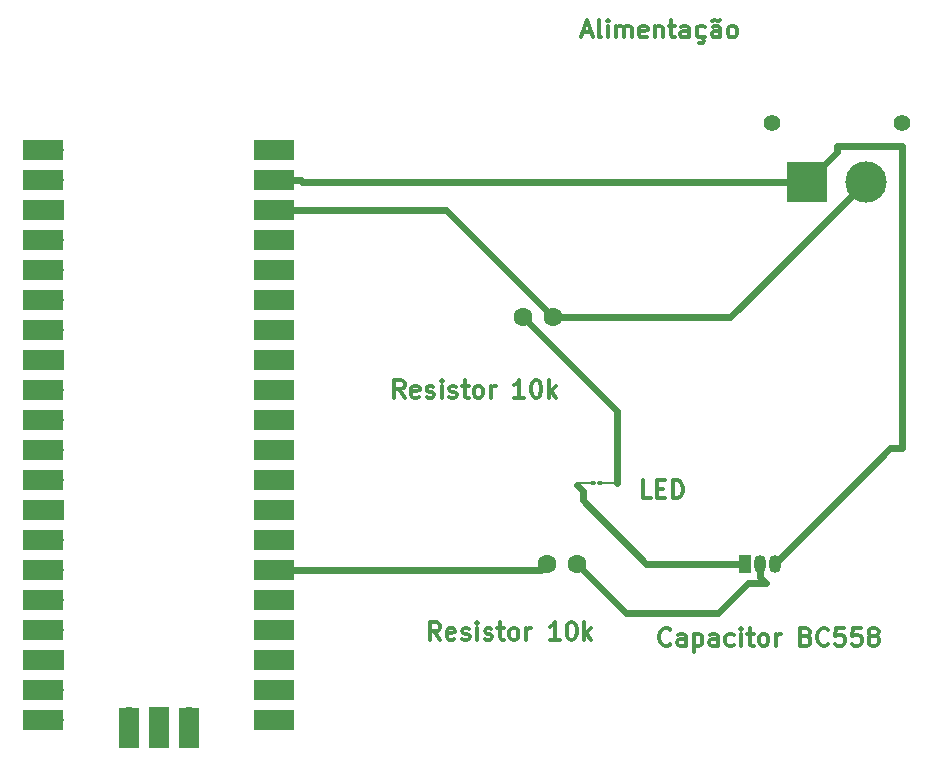
<source format=gbr>
%TF.GenerationSoftware,KiCad,Pcbnew,8.0.0*%
%TF.CreationDate,2024-04-01T19:54:57-03:00*%
%TF.ProjectId,circuito,63697263-7569-4746-9f2e-6b696361645f,rev?*%
%TF.SameCoordinates,Original*%
%TF.FileFunction,Copper,L1,Top*%
%TF.FilePolarity,Positive*%
%FSLAX46Y46*%
G04 Gerber Fmt 4.6, Leading zero omitted, Abs format (unit mm)*
G04 Created by KiCad (PCBNEW 8.0.0) date 2024-04-01 19:54:57*
%MOMM*%
%LPD*%
G01*
G04 APERTURE LIST*
G04 Aperture macros list*
%AMRoundRect*
0 Rectangle with rounded corners*
0 $1 Rounding radius*
0 $2 $3 $4 $5 $6 $7 $8 $9 X,Y pos of 4 corners*
0 Add a 4 corners polygon primitive as box body*
4,1,4,$2,$3,$4,$5,$6,$7,$8,$9,$2,$3,0*
0 Add four circle primitives for the rounded corners*
1,1,$1+$1,$2,$3*
1,1,$1+$1,$4,$5*
1,1,$1+$1,$6,$7*
1,1,$1+$1,$8,$9*
0 Add four rect primitives between the rounded corners*
20,1,$1+$1,$2,$3,$4,$5,0*
20,1,$1+$1,$4,$5,$6,$7,0*
20,1,$1+$1,$6,$7,$8,$9,0*
20,1,$1+$1,$8,$9,$2,$3,0*%
G04 Aperture macros list end*
%ADD10C,0.300000*%
%TA.AperFunction,NonConductor*%
%ADD11C,0.300000*%
%TD*%
%TA.AperFunction,SMDPad,CuDef*%
%ADD12RoundRect,0.100000X-0.130000X-0.100000X0.130000X-0.100000X0.130000X0.100000X-0.130000X0.100000X0*%
%TD*%
%TA.AperFunction,ComponentPad*%
%ADD13C,3.500000*%
%TD*%
%TA.AperFunction,ComponentPad*%
%ADD14R,3.500000X3.500000*%
%TD*%
%TA.AperFunction,ComponentPad*%
%ADD15C,1.400000*%
%TD*%
%TA.AperFunction,ComponentPad*%
%ADD16R,1.050000X1.500000*%
%TD*%
%TA.AperFunction,ComponentPad*%
%ADD17O,1.050000X1.500000*%
%TD*%
%TA.AperFunction,ComponentPad*%
%ADD18C,1.600000*%
%TD*%
%TA.AperFunction,ComponentPad*%
%ADD19O,1.700000X1.700000*%
%TD*%
%TA.AperFunction,SMDPad,CuDef*%
%ADD20R,3.500000X1.700000*%
%TD*%
%TA.AperFunction,ComponentPad*%
%ADD21R,1.700000X1.700000*%
%TD*%
%TA.AperFunction,SMDPad,CuDef*%
%ADD22R,1.700000X3.500000*%
%TD*%
%TA.AperFunction,Conductor*%
%ADD23C,0.200000*%
%TD*%
%TA.AperFunction,Conductor*%
%ADD24C,0.600000*%
%TD*%
G04 APERTURE END LIST*
D10*
D11*
X146483082Y-39872257D02*
X147197368Y-39872257D01*
X146340225Y-40300828D02*
X146840225Y-38800828D01*
X146840225Y-38800828D02*
X147340225Y-40300828D01*
X148054510Y-40300828D02*
X147911653Y-40229400D01*
X147911653Y-40229400D02*
X147840224Y-40086542D01*
X147840224Y-40086542D02*
X147840224Y-38800828D01*
X148625938Y-40300828D02*
X148625938Y-39300828D01*
X148625938Y-38800828D02*
X148554510Y-38872257D01*
X148554510Y-38872257D02*
X148625938Y-38943685D01*
X148625938Y-38943685D02*
X148697367Y-38872257D01*
X148697367Y-38872257D02*
X148625938Y-38800828D01*
X148625938Y-38800828D02*
X148625938Y-38943685D01*
X149340224Y-40300828D02*
X149340224Y-39300828D01*
X149340224Y-39443685D02*
X149411653Y-39372257D01*
X149411653Y-39372257D02*
X149554510Y-39300828D01*
X149554510Y-39300828D02*
X149768796Y-39300828D01*
X149768796Y-39300828D02*
X149911653Y-39372257D01*
X149911653Y-39372257D02*
X149983082Y-39515114D01*
X149983082Y-39515114D02*
X149983082Y-40300828D01*
X149983082Y-39515114D02*
X150054510Y-39372257D01*
X150054510Y-39372257D02*
X150197367Y-39300828D01*
X150197367Y-39300828D02*
X150411653Y-39300828D01*
X150411653Y-39300828D02*
X150554510Y-39372257D01*
X150554510Y-39372257D02*
X150625939Y-39515114D01*
X150625939Y-39515114D02*
X150625939Y-40300828D01*
X151911653Y-40229400D02*
X151768796Y-40300828D01*
X151768796Y-40300828D02*
X151483082Y-40300828D01*
X151483082Y-40300828D02*
X151340224Y-40229400D01*
X151340224Y-40229400D02*
X151268796Y-40086542D01*
X151268796Y-40086542D02*
X151268796Y-39515114D01*
X151268796Y-39515114D02*
X151340224Y-39372257D01*
X151340224Y-39372257D02*
X151483082Y-39300828D01*
X151483082Y-39300828D02*
X151768796Y-39300828D01*
X151768796Y-39300828D02*
X151911653Y-39372257D01*
X151911653Y-39372257D02*
X151983082Y-39515114D01*
X151983082Y-39515114D02*
X151983082Y-39657971D01*
X151983082Y-39657971D02*
X151268796Y-39800828D01*
X152625938Y-39300828D02*
X152625938Y-40300828D01*
X152625938Y-39443685D02*
X152697367Y-39372257D01*
X152697367Y-39372257D02*
X152840224Y-39300828D01*
X152840224Y-39300828D02*
X153054510Y-39300828D01*
X153054510Y-39300828D02*
X153197367Y-39372257D01*
X153197367Y-39372257D02*
X153268796Y-39515114D01*
X153268796Y-39515114D02*
X153268796Y-40300828D01*
X153768796Y-39300828D02*
X154340224Y-39300828D01*
X153983081Y-38800828D02*
X153983081Y-40086542D01*
X153983081Y-40086542D02*
X154054510Y-40229400D01*
X154054510Y-40229400D02*
X154197367Y-40300828D01*
X154197367Y-40300828D02*
X154340224Y-40300828D01*
X155483082Y-40300828D02*
X155483082Y-39515114D01*
X155483082Y-39515114D02*
X155411653Y-39372257D01*
X155411653Y-39372257D02*
X155268796Y-39300828D01*
X155268796Y-39300828D02*
X154983082Y-39300828D01*
X154983082Y-39300828D02*
X154840224Y-39372257D01*
X155483082Y-40229400D02*
X155340224Y-40300828D01*
X155340224Y-40300828D02*
X154983082Y-40300828D01*
X154983082Y-40300828D02*
X154840224Y-40229400D01*
X154840224Y-40229400D02*
X154768796Y-40086542D01*
X154768796Y-40086542D02*
X154768796Y-39943685D01*
X154768796Y-39943685D02*
X154840224Y-39800828D01*
X154840224Y-39800828D02*
X154983082Y-39729400D01*
X154983082Y-39729400D02*
X155340224Y-39729400D01*
X155340224Y-39729400D02*
X155483082Y-39657971D01*
X156840225Y-40229400D02*
X156697367Y-40300828D01*
X156697367Y-40300828D02*
X156411653Y-40300828D01*
X156411653Y-40300828D02*
X156268796Y-40229400D01*
X156268796Y-40229400D02*
X156197367Y-40157971D01*
X156197367Y-40157971D02*
X156125939Y-40015114D01*
X156125939Y-40015114D02*
X156125939Y-39586542D01*
X156125939Y-39586542D02*
X156197367Y-39443685D01*
X156197367Y-39443685D02*
X156268796Y-39372257D01*
X156268796Y-39372257D02*
X156411653Y-39300828D01*
X156411653Y-39300828D02*
X156697367Y-39300828D01*
X156697367Y-39300828D02*
X156840225Y-39372257D01*
X156554510Y-40372257D02*
X156697367Y-40443685D01*
X156697367Y-40443685D02*
X156768796Y-40586542D01*
X156768796Y-40586542D02*
X156697367Y-40729400D01*
X156697367Y-40729400D02*
X156554510Y-40800828D01*
X156554510Y-40800828D02*
X156340225Y-40800828D01*
X158125939Y-40300828D02*
X158125939Y-39515114D01*
X158125939Y-39515114D02*
X158054510Y-39372257D01*
X158054510Y-39372257D02*
X157911653Y-39300828D01*
X157911653Y-39300828D02*
X157625939Y-39300828D01*
X157625939Y-39300828D02*
X157483081Y-39372257D01*
X158125939Y-40229400D02*
X157983081Y-40300828D01*
X157983081Y-40300828D02*
X157625939Y-40300828D01*
X157625939Y-40300828D02*
X157483081Y-40229400D01*
X157483081Y-40229400D02*
X157411653Y-40086542D01*
X157411653Y-40086542D02*
X157411653Y-39943685D01*
X157411653Y-39943685D02*
X157483081Y-39800828D01*
X157483081Y-39800828D02*
X157625939Y-39729400D01*
X157625939Y-39729400D02*
X157983081Y-39729400D01*
X157983081Y-39729400D02*
X158125939Y-39657971D01*
X157411653Y-38943685D02*
X157483081Y-38872257D01*
X157483081Y-38872257D02*
X157625939Y-38800828D01*
X157625939Y-38800828D02*
X157911653Y-38943685D01*
X157911653Y-38943685D02*
X158054510Y-38872257D01*
X158054510Y-38872257D02*
X158125939Y-38800828D01*
X159054510Y-40300828D02*
X158911653Y-40229400D01*
X158911653Y-40229400D02*
X158840224Y-40157971D01*
X158840224Y-40157971D02*
X158768796Y-40015114D01*
X158768796Y-40015114D02*
X158768796Y-39586542D01*
X158768796Y-39586542D02*
X158840224Y-39443685D01*
X158840224Y-39443685D02*
X158911653Y-39372257D01*
X158911653Y-39372257D02*
X159054510Y-39300828D01*
X159054510Y-39300828D02*
X159268796Y-39300828D01*
X159268796Y-39300828D02*
X159411653Y-39372257D01*
X159411653Y-39372257D02*
X159483082Y-39443685D01*
X159483082Y-39443685D02*
X159554510Y-39586542D01*
X159554510Y-39586542D02*
X159554510Y-40015114D01*
X159554510Y-40015114D02*
X159483082Y-40157971D01*
X159483082Y-40157971D02*
X159411653Y-40229400D01*
X159411653Y-40229400D02*
X159268796Y-40300828D01*
X159268796Y-40300828D02*
X159054510Y-40300828D01*
D10*
D11*
X131411653Y-70800828D02*
X130911653Y-70086542D01*
X130554510Y-70800828D02*
X130554510Y-69300828D01*
X130554510Y-69300828D02*
X131125939Y-69300828D01*
X131125939Y-69300828D02*
X131268796Y-69372257D01*
X131268796Y-69372257D02*
X131340225Y-69443685D01*
X131340225Y-69443685D02*
X131411653Y-69586542D01*
X131411653Y-69586542D02*
X131411653Y-69800828D01*
X131411653Y-69800828D02*
X131340225Y-69943685D01*
X131340225Y-69943685D02*
X131268796Y-70015114D01*
X131268796Y-70015114D02*
X131125939Y-70086542D01*
X131125939Y-70086542D02*
X130554510Y-70086542D01*
X132625939Y-70729400D02*
X132483082Y-70800828D01*
X132483082Y-70800828D02*
X132197368Y-70800828D01*
X132197368Y-70800828D02*
X132054510Y-70729400D01*
X132054510Y-70729400D02*
X131983082Y-70586542D01*
X131983082Y-70586542D02*
X131983082Y-70015114D01*
X131983082Y-70015114D02*
X132054510Y-69872257D01*
X132054510Y-69872257D02*
X132197368Y-69800828D01*
X132197368Y-69800828D02*
X132483082Y-69800828D01*
X132483082Y-69800828D02*
X132625939Y-69872257D01*
X132625939Y-69872257D02*
X132697368Y-70015114D01*
X132697368Y-70015114D02*
X132697368Y-70157971D01*
X132697368Y-70157971D02*
X131983082Y-70300828D01*
X133268796Y-70729400D02*
X133411653Y-70800828D01*
X133411653Y-70800828D02*
X133697367Y-70800828D01*
X133697367Y-70800828D02*
X133840224Y-70729400D01*
X133840224Y-70729400D02*
X133911653Y-70586542D01*
X133911653Y-70586542D02*
X133911653Y-70515114D01*
X133911653Y-70515114D02*
X133840224Y-70372257D01*
X133840224Y-70372257D02*
X133697367Y-70300828D01*
X133697367Y-70300828D02*
X133483082Y-70300828D01*
X133483082Y-70300828D02*
X133340224Y-70229400D01*
X133340224Y-70229400D02*
X133268796Y-70086542D01*
X133268796Y-70086542D02*
X133268796Y-70015114D01*
X133268796Y-70015114D02*
X133340224Y-69872257D01*
X133340224Y-69872257D02*
X133483082Y-69800828D01*
X133483082Y-69800828D02*
X133697367Y-69800828D01*
X133697367Y-69800828D02*
X133840224Y-69872257D01*
X134554510Y-70800828D02*
X134554510Y-69800828D01*
X134554510Y-69300828D02*
X134483082Y-69372257D01*
X134483082Y-69372257D02*
X134554510Y-69443685D01*
X134554510Y-69443685D02*
X134625939Y-69372257D01*
X134625939Y-69372257D02*
X134554510Y-69300828D01*
X134554510Y-69300828D02*
X134554510Y-69443685D01*
X135197368Y-70729400D02*
X135340225Y-70800828D01*
X135340225Y-70800828D02*
X135625939Y-70800828D01*
X135625939Y-70800828D02*
X135768796Y-70729400D01*
X135768796Y-70729400D02*
X135840225Y-70586542D01*
X135840225Y-70586542D02*
X135840225Y-70515114D01*
X135840225Y-70515114D02*
X135768796Y-70372257D01*
X135768796Y-70372257D02*
X135625939Y-70300828D01*
X135625939Y-70300828D02*
X135411654Y-70300828D01*
X135411654Y-70300828D02*
X135268796Y-70229400D01*
X135268796Y-70229400D02*
X135197368Y-70086542D01*
X135197368Y-70086542D02*
X135197368Y-70015114D01*
X135197368Y-70015114D02*
X135268796Y-69872257D01*
X135268796Y-69872257D02*
X135411654Y-69800828D01*
X135411654Y-69800828D02*
X135625939Y-69800828D01*
X135625939Y-69800828D02*
X135768796Y-69872257D01*
X136268797Y-69800828D02*
X136840225Y-69800828D01*
X136483082Y-69300828D02*
X136483082Y-70586542D01*
X136483082Y-70586542D02*
X136554511Y-70729400D01*
X136554511Y-70729400D02*
X136697368Y-70800828D01*
X136697368Y-70800828D02*
X136840225Y-70800828D01*
X137554511Y-70800828D02*
X137411654Y-70729400D01*
X137411654Y-70729400D02*
X137340225Y-70657971D01*
X137340225Y-70657971D02*
X137268797Y-70515114D01*
X137268797Y-70515114D02*
X137268797Y-70086542D01*
X137268797Y-70086542D02*
X137340225Y-69943685D01*
X137340225Y-69943685D02*
X137411654Y-69872257D01*
X137411654Y-69872257D02*
X137554511Y-69800828D01*
X137554511Y-69800828D02*
X137768797Y-69800828D01*
X137768797Y-69800828D02*
X137911654Y-69872257D01*
X137911654Y-69872257D02*
X137983083Y-69943685D01*
X137983083Y-69943685D02*
X138054511Y-70086542D01*
X138054511Y-70086542D02*
X138054511Y-70515114D01*
X138054511Y-70515114D02*
X137983083Y-70657971D01*
X137983083Y-70657971D02*
X137911654Y-70729400D01*
X137911654Y-70729400D02*
X137768797Y-70800828D01*
X137768797Y-70800828D02*
X137554511Y-70800828D01*
X138697368Y-70800828D02*
X138697368Y-69800828D01*
X138697368Y-70086542D02*
X138768797Y-69943685D01*
X138768797Y-69943685D02*
X138840226Y-69872257D01*
X138840226Y-69872257D02*
X138983083Y-69800828D01*
X138983083Y-69800828D02*
X139125940Y-69800828D01*
X141554511Y-70800828D02*
X140697368Y-70800828D01*
X141125939Y-70800828D02*
X141125939Y-69300828D01*
X141125939Y-69300828D02*
X140983082Y-69515114D01*
X140983082Y-69515114D02*
X140840225Y-69657971D01*
X140840225Y-69657971D02*
X140697368Y-69729400D01*
X142483082Y-69300828D02*
X142625939Y-69300828D01*
X142625939Y-69300828D02*
X142768796Y-69372257D01*
X142768796Y-69372257D02*
X142840225Y-69443685D01*
X142840225Y-69443685D02*
X142911653Y-69586542D01*
X142911653Y-69586542D02*
X142983082Y-69872257D01*
X142983082Y-69872257D02*
X142983082Y-70229400D01*
X142983082Y-70229400D02*
X142911653Y-70515114D01*
X142911653Y-70515114D02*
X142840225Y-70657971D01*
X142840225Y-70657971D02*
X142768796Y-70729400D01*
X142768796Y-70729400D02*
X142625939Y-70800828D01*
X142625939Y-70800828D02*
X142483082Y-70800828D01*
X142483082Y-70800828D02*
X142340225Y-70729400D01*
X142340225Y-70729400D02*
X142268796Y-70657971D01*
X142268796Y-70657971D02*
X142197367Y-70515114D01*
X142197367Y-70515114D02*
X142125939Y-70229400D01*
X142125939Y-70229400D02*
X142125939Y-69872257D01*
X142125939Y-69872257D02*
X142197367Y-69586542D01*
X142197367Y-69586542D02*
X142268796Y-69443685D01*
X142268796Y-69443685D02*
X142340225Y-69372257D01*
X142340225Y-69372257D02*
X142483082Y-69300828D01*
X143625938Y-70800828D02*
X143625938Y-69300828D01*
X143768796Y-70229400D02*
X144197367Y-70800828D01*
X144197367Y-69800828D02*
X143625938Y-70372257D01*
D10*
D11*
X134411653Y-91300828D02*
X133911653Y-90586542D01*
X133554510Y-91300828D02*
X133554510Y-89800828D01*
X133554510Y-89800828D02*
X134125939Y-89800828D01*
X134125939Y-89800828D02*
X134268796Y-89872257D01*
X134268796Y-89872257D02*
X134340225Y-89943685D01*
X134340225Y-89943685D02*
X134411653Y-90086542D01*
X134411653Y-90086542D02*
X134411653Y-90300828D01*
X134411653Y-90300828D02*
X134340225Y-90443685D01*
X134340225Y-90443685D02*
X134268796Y-90515114D01*
X134268796Y-90515114D02*
X134125939Y-90586542D01*
X134125939Y-90586542D02*
X133554510Y-90586542D01*
X135625939Y-91229400D02*
X135483082Y-91300828D01*
X135483082Y-91300828D02*
X135197368Y-91300828D01*
X135197368Y-91300828D02*
X135054510Y-91229400D01*
X135054510Y-91229400D02*
X134983082Y-91086542D01*
X134983082Y-91086542D02*
X134983082Y-90515114D01*
X134983082Y-90515114D02*
X135054510Y-90372257D01*
X135054510Y-90372257D02*
X135197368Y-90300828D01*
X135197368Y-90300828D02*
X135483082Y-90300828D01*
X135483082Y-90300828D02*
X135625939Y-90372257D01*
X135625939Y-90372257D02*
X135697368Y-90515114D01*
X135697368Y-90515114D02*
X135697368Y-90657971D01*
X135697368Y-90657971D02*
X134983082Y-90800828D01*
X136268796Y-91229400D02*
X136411653Y-91300828D01*
X136411653Y-91300828D02*
X136697367Y-91300828D01*
X136697367Y-91300828D02*
X136840224Y-91229400D01*
X136840224Y-91229400D02*
X136911653Y-91086542D01*
X136911653Y-91086542D02*
X136911653Y-91015114D01*
X136911653Y-91015114D02*
X136840224Y-90872257D01*
X136840224Y-90872257D02*
X136697367Y-90800828D01*
X136697367Y-90800828D02*
X136483082Y-90800828D01*
X136483082Y-90800828D02*
X136340224Y-90729400D01*
X136340224Y-90729400D02*
X136268796Y-90586542D01*
X136268796Y-90586542D02*
X136268796Y-90515114D01*
X136268796Y-90515114D02*
X136340224Y-90372257D01*
X136340224Y-90372257D02*
X136483082Y-90300828D01*
X136483082Y-90300828D02*
X136697367Y-90300828D01*
X136697367Y-90300828D02*
X136840224Y-90372257D01*
X137554510Y-91300828D02*
X137554510Y-90300828D01*
X137554510Y-89800828D02*
X137483082Y-89872257D01*
X137483082Y-89872257D02*
X137554510Y-89943685D01*
X137554510Y-89943685D02*
X137625939Y-89872257D01*
X137625939Y-89872257D02*
X137554510Y-89800828D01*
X137554510Y-89800828D02*
X137554510Y-89943685D01*
X138197368Y-91229400D02*
X138340225Y-91300828D01*
X138340225Y-91300828D02*
X138625939Y-91300828D01*
X138625939Y-91300828D02*
X138768796Y-91229400D01*
X138768796Y-91229400D02*
X138840225Y-91086542D01*
X138840225Y-91086542D02*
X138840225Y-91015114D01*
X138840225Y-91015114D02*
X138768796Y-90872257D01*
X138768796Y-90872257D02*
X138625939Y-90800828D01*
X138625939Y-90800828D02*
X138411654Y-90800828D01*
X138411654Y-90800828D02*
X138268796Y-90729400D01*
X138268796Y-90729400D02*
X138197368Y-90586542D01*
X138197368Y-90586542D02*
X138197368Y-90515114D01*
X138197368Y-90515114D02*
X138268796Y-90372257D01*
X138268796Y-90372257D02*
X138411654Y-90300828D01*
X138411654Y-90300828D02*
X138625939Y-90300828D01*
X138625939Y-90300828D02*
X138768796Y-90372257D01*
X139268797Y-90300828D02*
X139840225Y-90300828D01*
X139483082Y-89800828D02*
X139483082Y-91086542D01*
X139483082Y-91086542D02*
X139554511Y-91229400D01*
X139554511Y-91229400D02*
X139697368Y-91300828D01*
X139697368Y-91300828D02*
X139840225Y-91300828D01*
X140554511Y-91300828D02*
X140411654Y-91229400D01*
X140411654Y-91229400D02*
X140340225Y-91157971D01*
X140340225Y-91157971D02*
X140268797Y-91015114D01*
X140268797Y-91015114D02*
X140268797Y-90586542D01*
X140268797Y-90586542D02*
X140340225Y-90443685D01*
X140340225Y-90443685D02*
X140411654Y-90372257D01*
X140411654Y-90372257D02*
X140554511Y-90300828D01*
X140554511Y-90300828D02*
X140768797Y-90300828D01*
X140768797Y-90300828D02*
X140911654Y-90372257D01*
X140911654Y-90372257D02*
X140983083Y-90443685D01*
X140983083Y-90443685D02*
X141054511Y-90586542D01*
X141054511Y-90586542D02*
X141054511Y-91015114D01*
X141054511Y-91015114D02*
X140983083Y-91157971D01*
X140983083Y-91157971D02*
X140911654Y-91229400D01*
X140911654Y-91229400D02*
X140768797Y-91300828D01*
X140768797Y-91300828D02*
X140554511Y-91300828D01*
X141697368Y-91300828D02*
X141697368Y-90300828D01*
X141697368Y-90586542D02*
X141768797Y-90443685D01*
X141768797Y-90443685D02*
X141840226Y-90372257D01*
X141840226Y-90372257D02*
X141983083Y-90300828D01*
X141983083Y-90300828D02*
X142125940Y-90300828D01*
X144554511Y-91300828D02*
X143697368Y-91300828D01*
X144125939Y-91300828D02*
X144125939Y-89800828D01*
X144125939Y-89800828D02*
X143983082Y-90015114D01*
X143983082Y-90015114D02*
X143840225Y-90157971D01*
X143840225Y-90157971D02*
X143697368Y-90229400D01*
X145483082Y-89800828D02*
X145625939Y-89800828D01*
X145625939Y-89800828D02*
X145768796Y-89872257D01*
X145768796Y-89872257D02*
X145840225Y-89943685D01*
X145840225Y-89943685D02*
X145911653Y-90086542D01*
X145911653Y-90086542D02*
X145983082Y-90372257D01*
X145983082Y-90372257D02*
X145983082Y-90729400D01*
X145983082Y-90729400D02*
X145911653Y-91015114D01*
X145911653Y-91015114D02*
X145840225Y-91157971D01*
X145840225Y-91157971D02*
X145768796Y-91229400D01*
X145768796Y-91229400D02*
X145625939Y-91300828D01*
X145625939Y-91300828D02*
X145483082Y-91300828D01*
X145483082Y-91300828D02*
X145340225Y-91229400D01*
X145340225Y-91229400D02*
X145268796Y-91157971D01*
X145268796Y-91157971D02*
X145197367Y-91015114D01*
X145197367Y-91015114D02*
X145125939Y-90729400D01*
X145125939Y-90729400D02*
X145125939Y-90372257D01*
X145125939Y-90372257D02*
X145197367Y-90086542D01*
X145197367Y-90086542D02*
X145268796Y-89943685D01*
X145268796Y-89943685D02*
X145340225Y-89872257D01*
X145340225Y-89872257D02*
X145483082Y-89800828D01*
X146625938Y-91300828D02*
X146625938Y-89800828D01*
X146768796Y-90729400D02*
X147197367Y-91300828D01*
X147197367Y-90300828D02*
X146625938Y-90872257D01*
D10*
D11*
X152268796Y-79300828D02*
X151554510Y-79300828D01*
X151554510Y-79300828D02*
X151554510Y-77800828D01*
X152768796Y-78515114D02*
X153268796Y-78515114D01*
X153483082Y-79300828D02*
X152768796Y-79300828D01*
X152768796Y-79300828D02*
X152768796Y-77800828D01*
X152768796Y-77800828D02*
X153483082Y-77800828D01*
X154125939Y-79300828D02*
X154125939Y-77800828D01*
X154125939Y-77800828D02*
X154483082Y-77800828D01*
X154483082Y-77800828D02*
X154697368Y-77872257D01*
X154697368Y-77872257D02*
X154840225Y-78015114D01*
X154840225Y-78015114D02*
X154911654Y-78157971D01*
X154911654Y-78157971D02*
X154983082Y-78443685D01*
X154983082Y-78443685D02*
X154983082Y-78657971D01*
X154983082Y-78657971D02*
X154911654Y-78943685D01*
X154911654Y-78943685D02*
X154840225Y-79086542D01*
X154840225Y-79086542D02*
X154697368Y-79229400D01*
X154697368Y-79229400D02*
X154483082Y-79300828D01*
X154483082Y-79300828D02*
X154125939Y-79300828D01*
D10*
D11*
X153911653Y-91657971D02*
X153840225Y-91729400D01*
X153840225Y-91729400D02*
X153625939Y-91800828D01*
X153625939Y-91800828D02*
X153483082Y-91800828D01*
X153483082Y-91800828D02*
X153268796Y-91729400D01*
X153268796Y-91729400D02*
X153125939Y-91586542D01*
X153125939Y-91586542D02*
X153054510Y-91443685D01*
X153054510Y-91443685D02*
X152983082Y-91157971D01*
X152983082Y-91157971D02*
X152983082Y-90943685D01*
X152983082Y-90943685D02*
X153054510Y-90657971D01*
X153054510Y-90657971D02*
X153125939Y-90515114D01*
X153125939Y-90515114D02*
X153268796Y-90372257D01*
X153268796Y-90372257D02*
X153483082Y-90300828D01*
X153483082Y-90300828D02*
X153625939Y-90300828D01*
X153625939Y-90300828D02*
X153840225Y-90372257D01*
X153840225Y-90372257D02*
X153911653Y-90443685D01*
X155197368Y-91800828D02*
X155197368Y-91015114D01*
X155197368Y-91015114D02*
X155125939Y-90872257D01*
X155125939Y-90872257D02*
X154983082Y-90800828D01*
X154983082Y-90800828D02*
X154697368Y-90800828D01*
X154697368Y-90800828D02*
X154554510Y-90872257D01*
X155197368Y-91729400D02*
X155054510Y-91800828D01*
X155054510Y-91800828D02*
X154697368Y-91800828D01*
X154697368Y-91800828D02*
X154554510Y-91729400D01*
X154554510Y-91729400D02*
X154483082Y-91586542D01*
X154483082Y-91586542D02*
X154483082Y-91443685D01*
X154483082Y-91443685D02*
X154554510Y-91300828D01*
X154554510Y-91300828D02*
X154697368Y-91229400D01*
X154697368Y-91229400D02*
X155054510Y-91229400D01*
X155054510Y-91229400D02*
X155197368Y-91157971D01*
X155911653Y-90800828D02*
X155911653Y-92300828D01*
X155911653Y-90872257D02*
X156054511Y-90800828D01*
X156054511Y-90800828D02*
X156340225Y-90800828D01*
X156340225Y-90800828D02*
X156483082Y-90872257D01*
X156483082Y-90872257D02*
X156554511Y-90943685D01*
X156554511Y-90943685D02*
X156625939Y-91086542D01*
X156625939Y-91086542D02*
X156625939Y-91515114D01*
X156625939Y-91515114D02*
X156554511Y-91657971D01*
X156554511Y-91657971D02*
X156483082Y-91729400D01*
X156483082Y-91729400D02*
X156340225Y-91800828D01*
X156340225Y-91800828D02*
X156054511Y-91800828D01*
X156054511Y-91800828D02*
X155911653Y-91729400D01*
X157911654Y-91800828D02*
X157911654Y-91015114D01*
X157911654Y-91015114D02*
X157840225Y-90872257D01*
X157840225Y-90872257D02*
X157697368Y-90800828D01*
X157697368Y-90800828D02*
X157411654Y-90800828D01*
X157411654Y-90800828D02*
X157268796Y-90872257D01*
X157911654Y-91729400D02*
X157768796Y-91800828D01*
X157768796Y-91800828D02*
X157411654Y-91800828D01*
X157411654Y-91800828D02*
X157268796Y-91729400D01*
X157268796Y-91729400D02*
X157197368Y-91586542D01*
X157197368Y-91586542D02*
X157197368Y-91443685D01*
X157197368Y-91443685D02*
X157268796Y-91300828D01*
X157268796Y-91300828D02*
X157411654Y-91229400D01*
X157411654Y-91229400D02*
X157768796Y-91229400D01*
X157768796Y-91229400D02*
X157911654Y-91157971D01*
X159268797Y-91729400D02*
X159125939Y-91800828D01*
X159125939Y-91800828D02*
X158840225Y-91800828D01*
X158840225Y-91800828D02*
X158697368Y-91729400D01*
X158697368Y-91729400D02*
X158625939Y-91657971D01*
X158625939Y-91657971D02*
X158554511Y-91515114D01*
X158554511Y-91515114D02*
X158554511Y-91086542D01*
X158554511Y-91086542D02*
X158625939Y-90943685D01*
X158625939Y-90943685D02*
X158697368Y-90872257D01*
X158697368Y-90872257D02*
X158840225Y-90800828D01*
X158840225Y-90800828D02*
X159125939Y-90800828D01*
X159125939Y-90800828D02*
X159268797Y-90872257D01*
X159911653Y-91800828D02*
X159911653Y-90800828D01*
X159911653Y-90300828D02*
X159840225Y-90372257D01*
X159840225Y-90372257D02*
X159911653Y-90443685D01*
X159911653Y-90443685D02*
X159983082Y-90372257D01*
X159983082Y-90372257D02*
X159911653Y-90300828D01*
X159911653Y-90300828D02*
X159911653Y-90443685D01*
X160411654Y-90800828D02*
X160983082Y-90800828D01*
X160625939Y-90300828D02*
X160625939Y-91586542D01*
X160625939Y-91586542D02*
X160697368Y-91729400D01*
X160697368Y-91729400D02*
X160840225Y-91800828D01*
X160840225Y-91800828D02*
X160983082Y-91800828D01*
X161697368Y-91800828D02*
X161554511Y-91729400D01*
X161554511Y-91729400D02*
X161483082Y-91657971D01*
X161483082Y-91657971D02*
X161411654Y-91515114D01*
X161411654Y-91515114D02*
X161411654Y-91086542D01*
X161411654Y-91086542D02*
X161483082Y-90943685D01*
X161483082Y-90943685D02*
X161554511Y-90872257D01*
X161554511Y-90872257D02*
X161697368Y-90800828D01*
X161697368Y-90800828D02*
X161911654Y-90800828D01*
X161911654Y-90800828D02*
X162054511Y-90872257D01*
X162054511Y-90872257D02*
X162125940Y-90943685D01*
X162125940Y-90943685D02*
X162197368Y-91086542D01*
X162197368Y-91086542D02*
X162197368Y-91515114D01*
X162197368Y-91515114D02*
X162125940Y-91657971D01*
X162125940Y-91657971D02*
X162054511Y-91729400D01*
X162054511Y-91729400D02*
X161911654Y-91800828D01*
X161911654Y-91800828D02*
X161697368Y-91800828D01*
X162840225Y-91800828D02*
X162840225Y-90800828D01*
X162840225Y-91086542D02*
X162911654Y-90943685D01*
X162911654Y-90943685D02*
X162983083Y-90872257D01*
X162983083Y-90872257D02*
X163125940Y-90800828D01*
X163125940Y-90800828D02*
X163268797Y-90800828D01*
X165411653Y-91015114D02*
X165625939Y-91086542D01*
X165625939Y-91086542D02*
X165697368Y-91157971D01*
X165697368Y-91157971D02*
X165768796Y-91300828D01*
X165768796Y-91300828D02*
X165768796Y-91515114D01*
X165768796Y-91515114D02*
X165697368Y-91657971D01*
X165697368Y-91657971D02*
X165625939Y-91729400D01*
X165625939Y-91729400D02*
X165483082Y-91800828D01*
X165483082Y-91800828D02*
X164911653Y-91800828D01*
X164911653Y-91800828D02*
X164911653Y-90300828D01*
X164911653Y-90300828D02*
X165411653Y-90300828D01*
X165411653Y-90300828D02*
X165554511Y-90372257D01*
X165554511Y-90372257D02*
X165625939Y-90443685D01*
X165625939Y-90443685D02*
X165697368Y-90586542D01*
X165697368Y-90586542D02*
X165697368Y-90729400D01*
X165697368Y-90729400D02*
X165625939Y-90872257D01*
X165625939Y-90872257D02*
X165554511Y-90943685D01*
X165554511Y-90943685D02*
X165411653Y-91015114D01*
X165411653Y-91015114D02*
X164911653Y-91015114D01*
X167268796Y-91657971D02*
X167197368Y-91729400D01*
X167197368Y-91729400D02*
X166983082Y-91800828D01*
X166983082Y-91800828D02*
X166840225Y-91800828D01*
X166840225Y-91800828D02*
X166625939Y-91729400D01*
X166625939Y-91729400D02*
X166483082Y-91586542D01*
X166483082Y-91586542D02*
X166411653Y-91443685D01*
X166411653Y-91443685D02*
X166340225Y-91157971D01*
X166340225Y-91157971D02*
X166340225Y-90943685D01*
X166340225Y-90943685D02*
X166411653Y-90657971D01*
X166411653Y-90657971D02*
X166483082Y-90515114D01*
X166483082Y-90515114D02*
X166625939Y-90372257D01*
X166625939Y-90372257D02*
X166840225Y-90300828D01*
X166840225Y-90300828D02*
X166983082Y-90300828D01*
X166983082Y-90300828D02*
X167197368Y-90372257D01*
X167197368Y-90372257D02*
X167268796Y-90443685D01*
X168625939Y-90300828D02*
X167911653Y-90300828D01*
X167911653Y-90300828D02*
X167840225Y-91015114D01*
X167840225Y-91015114D02*
X167911653Y-90943685D01*
X167911653Y-90943685D02*
X168054511Y-90872257D01*
X168054511Y-90872257D02*
X168411653Y-90872257D01*
X168411653Y-90872257D02*
X168554511Y-90943685D01*
X168554511Y-90943685D02*
X168625939Y-91015114D01*
X168625939Y-91015114D02*
X168697368Y-91157971D01*
X168697368Y-91157971D02*
X168697368Y-91515114D01*
X168697368Y-91515114D02*
X168625939Y-91657971D01*
X168625939Y-91657971D02*
X168554511Y-91729400D01*
X168554511Y-91729400D02*
X168411653Y-91800828D01*
X168411653Y-91800828D02*
X168054511Y-91800828D01*
X168054511Y-91800828D02*
X167911653Y-91729400D01*
X167911653Y-91729400D02*
X167840225Y-91657971D01*
X170054510Y-90300828D02*
X169340224Y-90300828D01*
X169340224Y-90300828D02*
X169268796Y-91015114D01*
X169268796Y-91015114D02*
X169340224Y-90943685D01*
X169340224Y-90943685D02*
X169483082Y-90872257D01*
X169483082Y-90872257D02*
X169840224Y-90872257D01*
X169840224Y-90872257D02*
X169983082Y-90943685D01*
X169983082Y-90943685D02*
X170054510Y-91015114D01*
X170054510Y-91015114D02*
X170125939Y-91157971D01*
X170125939Y-91157971D02*
X170125939Y-91515114D01*
X170125939Y-91515114D02*
X170054510Y-91657971D01*
X170054510Y-91657971D02*
X169983082Y-91729400D01*
X169983082Y-91729400D02*
X169840224Y-91800828D01*
X169840224Y-91800828D02*
X169483082Y-91800828D01*
X169483082Y-91800828D02*
X169340224Y-91729400D01*
X169340224Y-91729400D02*
X169268796Y-91657971D01*
X170983081Y-90943685D02*
X170840224Y-90872257D01*
X170840224Y-90872257D02*
X170768795Y-90800828D01*
X170768795Y-90800828D02*
X170697367Y-90657971D01*
X170697367Y-90657971D02*
X170697367Y-90586542D01*
X170697367Y-90586542D02*
X170768795Y-90443685D01*
X170768795Y-90443685D02*
X170840224Y-90372257D01*
X170840224Y-90372257D02*
X170983081Y-90300828D01*
X170983081Y-90300828D02*
X171268795Y-90300828D01*
X171268795Y-90300828D02*
X171411653Y-90372257D01*
X171411653Y-90372257D02*
X171483081Y-90443685D01*
X171483081Y-90443685D02*
X171554510Y-90586542D01*
X171554510Y-90586542D02*
X171554510Y-90657971D01*
X171554510Y-90657971D02*
X171483081Y-90800828D01*
X171483081Y-90800828D02*
X171411653Y-90872257D01*
X171411653Y-90872257D02*
X171268795Y-90943685D01*
X171268795Y-90943685D02*
X170983081Y-90943685D01*
X170983081Y-90943685D02*
X170840224Y-91015114D01*
X170840224Y-91015114D02*
X170768795Y-91086542D01*
X170768795Y-91086542D02*
X170697367Y-91229400D01*
X170697367Y-91229400D02*
X170697367Y-91515114D01*
X170697367Y-91515114D02*
X170768795Y-91657971D01*
X170768795Y-91657971D02*
X170840224Y-91729400D01*
X170840224Y-91729400D02*
X170983081Y-91800828D01*
X170983081Y-91800828D02*
X171268795Y-91800828D01*
X171268795Y-91800828D02*
X171411653Y-91729400D01*
X171411653Y-91729400D02*
X171483081Y-91657971D01*
X171483081Y-91657971D02*
X171554510Y-91515114D01*
X171554510Y-91515114D02*
X171554510Y-91229400D01*
X171554510Y-91229400D02*
X171483081Y-91086542D01*
X171483081Y-91086542D02*
X171411653Y-91015114D01*
X171411653Y-91015114D02*
X171268795Y-90943685D01*
D12*
%TO.P,D1,2,A*%
%TO.N,Net-(D1-A)*%
X147975000Y-78000000D03*
%TO.P,D1,1,K*%
%TO.N,Net-(D1-K)*%
X147335000Y-78000000D03*
%TD*%
D13*
%TO.P,J1,2,Pin_2*%
%TO.N,GND*%
X170500000Y-52500000D03*
D14*
%TO.P,J1,1,Pin_1*%
%TO.N,VCC*%
X165500000Y-52500000D03*
D15*
%TO.P,J1,*%
%TO.N,*%
X173500000Y-47500000D03*
X162500000Y-47500000D03*
%TD*%
D16*
%TO.P,Q1,1,C*%
%TO.N,Net-(D1-K)*%
X160230000Y-84860000D03*
D17*
%TO.P,Q1,2,B*%
%TO.N,Net-(Q1-B)*%
X161500000Y-84860000D03*
%TO.P,Q1,3,E*%
%TO.N,VCC*%
X162770000Y-84860000D03*
%TD*%
D18*
%TO.P,R1,1*%
%TO.N,Net-(D1-A)*%
X141460000Y-64000000D03*
%TO.P,R1,2*%
%TO.N,GND*%
X144000000Y-64000000D03*
%TD*%
D19*
%TO.P,U1,1,GPIO0*%
%TO.N,unconnected-(U1-GPIO0-Pad1)*%
X101685000Y-49840000D03*
D20*
X100785000Y-49840000D03*
D19*
%TO.P,U1,2,GPIO1*%
%TO.N,unconnected-(U1-GPIO1-Pad2)*%
X101685000Y-52380000D03*
D20*
X100785000Y-52380000D03*
D21*
%TO.P,U1,3,GND*%
%TO.N,unconnected-(U1-GND-Pad3)*%
X101685000Y-54920000D03*
D20*
X100785000Y-54920000D03*
D19*
%TO.P,U1,4,GPIO2*%
%TO.N,unconnected-(U1-GPIO2-Pad4)*%
X101685000Y-57460000D03*
D20*
X100785000Y-57460000D03*
D19*
%TO.P,U1,5,GPIO3*%
%TO.N,unconnected-(U1-GPIO3-Pad5)*%
X101685000Y-60000000D03*
D20*
X100785000Y-60000000D03*
D19*
%TO.P,U1,6,GPIO4*%
%TO.N,unconnected-(U1-GPIO4-Pad6)*%
X101685000Y-62540000D03*
D20*
X100785000Y-62540000D03*
D19*
%TO.P,U1,7,GPIO5*%
%TO.N,unconnected-(U1-GPIO5-Pad7)*%
X101685000Y-65080000D03*
D20*
X100785000Y-65080000D03*
D21*
%TO.P,U1,8,GND*%
%TO.N,unconnected-(U1-GND-Pad8)*%
X101685000Y-67620000D03*
D20*
X100785000Y-67620000D03*
D19*
%TO.P,U1,9,GPIO6*%
%TO.N,unconnected-(U1-GPIO6-Pad9)*%
X101685000Y-70160000D03*
D20*
X100785000Y-70160000D03*
D19*
%TO.P,U1,10,GPIO7*%
%TO.N,unconnected-(U1-GPIO7-Pad10)*%
X101685000Y-72700000D03*
D20*
X100785000Y-72700000D03*
D19*
%TO.P,U1,11,GPIO8*%
%TO.N,unconnected-(U1-GPIO8-Pad11)*%
X101685000Y-75240000D03*
D20*
X100785000Y-75240000D03*
D19*
%TO.P,U1,12,GPIO9*%
%TO.N,unconnected-(U1-GPIO9-Pad12)*%
X101685000Y-77780000D03*
D20*
X100785000Y-77780000D03*
D21*
%TO.P,U1,13,GND*%
%TO.N,unconnected-(U1-GND-Pad13)*%
X101685000Y-80320000D03*
D20*
X100785000Y-80320000D03*
D19*
%TO.P,U1,14,GPIO10*%
%TO.N,unconnected-(U1-GPIO10-Pad14)*%
X101685000Y-82860000D03*
D20*
X100785000Y-82860000D03*
D19*
%TO.P,U1,15,GPIO11*%
%TO.N,unconnected-(U1-GPIO11-Pad15)*%
X101685000Y-85400000D03*
D20*
X100785000Y-85400000D03*
D19*
%TO.P,U1,16,GPIO12*%
%TO.N,unconnected-(U1-GPIO12-Pad16)*%
X101685000Y-87940000D03*
D20*
X100785000Y-87940000D03*
D19*
%TO.P,U1,17,GPIO13*%
%TO.N,unconnected-(U1-GPIO13-Pad17)*%
X101685000Y-90480000D03*
D20*
X100785000Y-90480000D03*
D21*
%TO.P,U1,18,GND*%
%TO.N,unconnected-(U1-GND-Pad18)*%
X101685000Y-93020000D03*
D20*
X100785000Y-93020000D03*
D19*
%TO.P,U1,19,GPIO14*%
%TO.N,unconnected-(U1-GPIO14-Pad19)*%
X101685000Y-95560000D03*
D20*
X100785000Y-95560000D03*
D19*
%TO.P,U1,20,GPIO15*%
%TO.N,unconnected-(U1-GPIO15-Pad20)*%
X101685000Y-98100000D03*
D20*
X100785000Y-98100000D03*
D19*
%TO.P,U1,21,GPIO16*%
%TO.N,unconnected-(U1-GPIO16-Pad21)*%
X119465000Y-98100000D03*
D20*
X120365000Y-98100000D03*
D19*
%TO.P,U1,22,GPIO17*%
%TO.N,unconnected-(U1-GPIO17-Pad22)*%
X119465000Y-95560000D03*
D20*
X120365000Y-95560000D03*
D21*
%TO.P,U1,23,GND*%
%TO.N,unconnected-(U1-GND-Pad23)*%
X119465000Y-93020000D03*
D20*
X120365000Y-93020000D03*
D19*
%TO.P,U1,24,GPIO18*%
%TO.N,unconnected-(U1-GPIO18-Pad24)*%
X119465000Y-90480000D03*
D20*
X120365000Y-90480000D03*
D19*
%TO.P,U1,25,GPIO19*%
%TO.N,unconnected-(U1-GPIO19-Pad25)*%
X119465000Y-87940000D03*
D20*
X120365000Y-87940000D03*
D19*
%TO.P,U1,26,GPIO20*%
%TO.N,Net-(U1-GPIO20)*%
X119465000Y-85400000D03*
D20*
X120365000Y-85400000D03*
D19*
%TO.P,U1,27,GPIO21*%
%TO.N,unconnected-(U1-GPIO21-Pad27)*%
X119465000Y-82860000D03*
D20*
X120365000Y-82860000D03*
D21*
%TO.P,U1,28,GND*%
%TO.N,unconnected-(U1-GND-Pad28)*%
X119465000Y-80320000D03*
D20*
X120365000Y-80320000D03*
D19*
%TO.P,U1,29,GPIO22*%
%TO.N,unconnected-(U1-GPIO22-Pad29)*%
X119465000Y-77780000D03*
D20*
X120365000Y-77780000D03*
D19*
%TO.P,U1,30,RUN*%
%TO.N,unconnected-(U1-RUN-Pad30)*%
X119465000Y-75240000D03*
D20*
X120365000Y-75240000D03*
D19*
%TO.P,U1,31,GPIO26_ADC0*%
%TO.N,unconnected-(U1-GPIO26_ADC0-Pad31)*%
X119465000Y-72700000D03*
D20*
X120365000Y-72700000D03*
D19*
%TO.P,U1,32,GPIO27_ADC1*%
%TO.N,unconnected-(U1-GPIO27_ADC1-Pad32)*%
X119465000Y-70160000D03*
D20*
X120365000Y-70160000D03*
D21*
%TO.P,U1,33,AGND*%
%TO.N,unconnected-(U1-AGND-Pad33)*%
X119465000Y-67620000D03*
D20*
X120365000Y-67620000D03*
D19*
%TO.P,U1,34,GPIO28_ADC2*%
%TO.N,unconnected-(U1-GPIO28_ADC2-Pad34)*%
X119465000Y-65080000D03*
D20*
X120365000Y-65080000D03*
D19*
%TO.P,U1,35,ADC_VREF*%
%TO.N,unconnected-(U1-ADC_VREF-Pad35)*%
X119465000Y-62540000D03*
D20*
X120365000Y-62540000D03*
D19*
%TO.P,U1,36,3V3*%
%TO.N,unconnected-(U1-3V3-Pad36)*%
X119465000Y-60000000D03*
D20*
X120365000Y-60000000D03*
D19*
%TO.P,U1,37,3V3_EN*%
%TO.N,unconnected-(U1-3V3_EN-Pad37)*%
X119465000Y-57460000D03*
D20*
X120365000Y-57460000D03*
D21*
%TO.P,U1,38,GND*%
%TO.N,GND*%
X119465000Y-54920000D03*
D20*
X120365000Y-54920000D03*
D19*
%TO.P,U1,39,VSYS*%
%TO.N,VCC*%
X119465000Y-52380000D03*
D20*
X120365000Y-52380000D03*
D19*
%TO.P,U1,40,VBUS*%
%TO.N,unconnected-(U1-VBUS-Pad40)*%
X119465000Y-49840000D03*
D20*
X120365000Y-49840000D03*
D19*
%TO.P,U1,41,SWCLK*%
%TO.N,unconnected-(U1-SWCLK-Pad41)*%
X108035000Y-97870000D03*
D22*
X108035000Y-98770000D03*
D21*
%TO.P,U1,42,GND*%
%TO.N,unconnected-(U1-GND-Pad42)*%
X110575000Y-97870000D03*
D22*
X110575000Y-98770000D03*
D19*
%TO.P,U1,43,SWDIO*%
%TO.N,unconnected-(U1-SWDIO-Pad43)*%
X113115000Y-97870000D03*
D22*
X113115000Y-98770000D03*
%TD*%
D18*
%TO.P,R2,1*%
%TO.N,Net-(U1-GPIO20)*%
X143460000Y-84870000D03*
%TO.P,R2,2*%
%TO.N,Net-(Q1-B)*%
X146000000Y-84870000D03*
%TD*%
D23*
%TO.N,Net-(D1-K)*%
X147335000Y-78000000D02*
X146199999Y-78000000D01*
X146199999Y-78000000D02*
X146000000Y-78199999D01*
%TO.N,Net-(D1-A)*%
X147975000Y-78000000D02*
X149371759Y-78000000D01*
D24*
%TO.N,VCC*%
X168000000Y-49500000D02*
X173500000Y-49500000D01*
%TO.N,Net-(D1-A)*%
X149371759Y-71911759D02*
X141460000Y-64000000D01*
X149371759Y-78000000D02*
X149371759Y-71911759D01*
%TO.N,Net-(D1-K)*%
X146500000Y-79500000D02*
X151860000Y-84860000D01*
X151860000Y-84860000D02*
X160230000Y-84860000D01*
X146500000Y-78699999D02*
X146500000Y-79500000D01*
X146000000Y-78199999D02*
X146500000Y-78699999D01*
%TO.N,Net-(Q1-B)*%
X162000000Y-86500000D02*
X161500000Y-86000000D01*
X150130000Y-89000000D02*
X147040000Y-85910000D01*
X157965000Y-89000000D02*
X150130000Y-89000000D01*
X162000000Y-86500000D02*
X160465000Y-86500000D01*
X160465000Y-86500000D02*
X157965000Y-89000000D01*
X161500000Y-86000000D02*
X161500000Y-84860000D01*
%TO.N,VCC*%
X173500000Y-75030000D02*
X173500000Y-49500000D01*
X173450000Y-75080000D02*
X173500000Y-75030000D01*
X172550000Y-75080000D02*
X173450000Y-75080000D01*
X162770000Y-84860000D02*
X172550000Y-75080000D01*
X168000000Y-50000000D02*
X168000000Y-49500000D01*
X165500000Y-52500000D02*
X168000000Y-50000000D01*
D23*
%TO.N,Net-(U1-GPIO20)*%
X142930000Y-85400000D02*
X143460000Y-84870000D01*
D24*
X119465000Y-85400000D02*
X142930000Y-85400000D01*
%TO.N,GND*%
X134920000Y-54920000D02*
X144000000Y-64000000D01*
X119465000Y-54920000D02*
X134920000Y-54920000D01*
%TO.N,Net-(Q1-B)*%
X147040000Y-85910000D02*
X146000000Y-84870000D01*
%TO.N,GND*%
X159000000Y-64000000D02*
X170500000Y-52500000D01*
X144000000Y-64000000D02*
X159000000Y-64000000D01*
%TO.N,VCC*%
X122740000Y-52500000D02*
X165500000Y-52500000D01*
D23*
X122620000Y-52380000D02*
X122740000Y-52500000D01*
D24*
X119465000Y-52380000D02*
X122620000Y-52380000D01*
%TD*%
M02*

</source>
